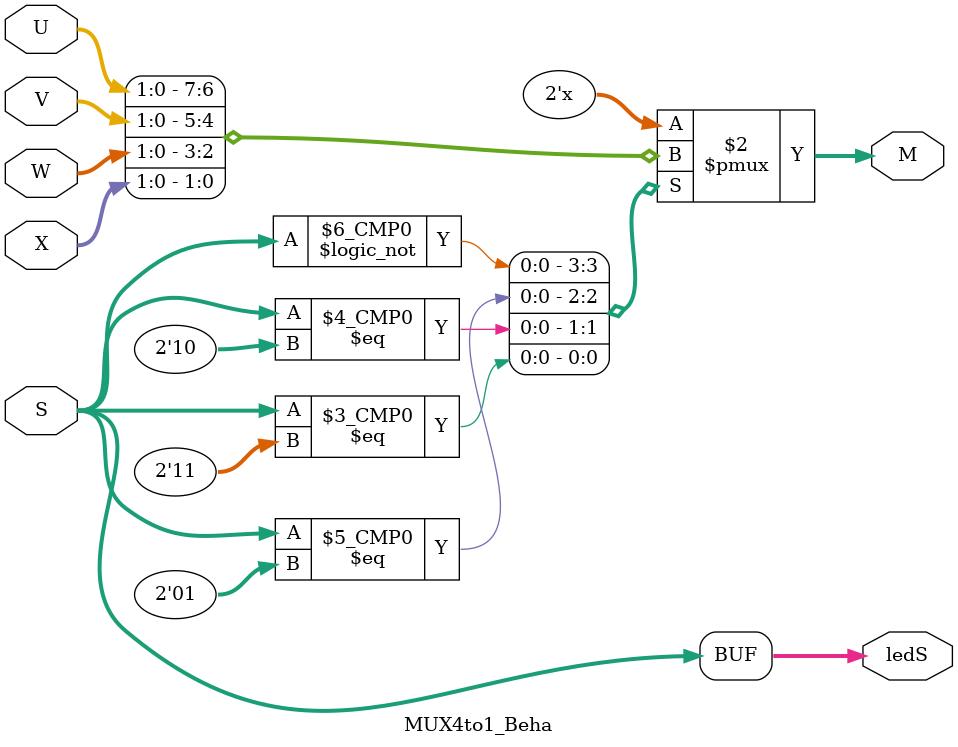
<source format=v>
module MUX4to1_Beha (U, V, W, X, S, ledS, M);
	input [1:0] U;
	input [1:0] V;
	input [1:0] W;
	input [1:0] X;
   input [1:0] S;
	
	output [1:0] ledS;
	output reg [1:0] M;
	
	assign ledS = S;
	
	always @ (*) begin
		case (S)
			0: M = U;
			1: M = V;
			2: M = W;
			3: M = X;
		endcase
	end
endmodule
</source>
